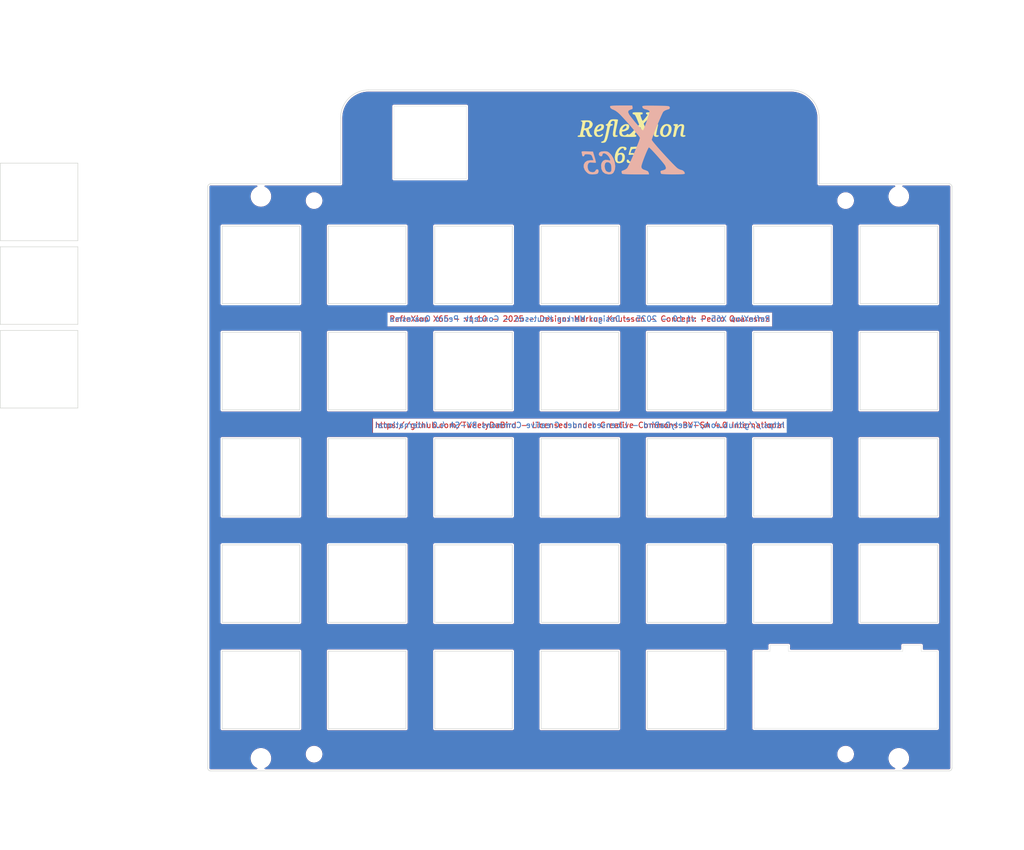
<source format=kicad_pcb>
(kicad_pcb (version 20241229) (generator "pcbnew") (generator_version "9.0")
  (title_block (title "RefleXion X65 - Encoder") (date "2024-02-06") (rev "1.10") (company "Tweety's Wild Thinking") (comment 1 "Design: Markus Knutsson <markus.knutsson@tweety.se>") (comment 2 "Concept: Pedro Quaresma <pq@live.ie>") (comment 3 "https://github.com/TweetyDaBird") (comment 4 "Licensed under Creative Commons BY-SA 4.0 International"))
  (layers (0 "F.Cu" signal) (2 "B.Cu" signal) (13 "F.Paste" user) (15 "B.Paste" user) (5 "F.SilkS" user "F.Silkscreen") (7 "B.SilkS" user "B.Silkscreen") (1 "F.Mask" user) (3 "B.Mask" user) (25 "Edge.Cuts" user))
  (net 0 "")
  (footprint "Keyboard_Plate:Spacer Plate hole" (layer "F.Cu") (at 158.515 35.965)
    (property "Reference" "H3" (hide yes))
    (property "Value" "Spacer_PCB" (hide yes))
    (pad "" np_thru_hole circle (at 0 0) (size 2.5 2.5) (drill 2.5) (layers "*.Cu" "*.Mask"))
  )
  (footprint "Keyboard_Plate:SW_MX_Plate_Placeholder_nodrill_NOBORDER_13,9" (layer "F.Cu") (at 129.94 123.69)
    (property "Reference" "SW33" (hide yes))
    (property "Value" "SW_Push" (hide yes))
    (fp_line (start -6.95 -6.95) (end -6.95 6.95) (stroke (width 0.1)) (layer "Edge.Cuts"))
    (fp_line (start -6.95 6.95) (end 6.95 6.95) (stroke (width 0.1)) (layer "Edge.Cuts"))
    (fp_line (start 6.95 -6.95) (end -6.95 -6.95) (stroke (width 0.1)) (layer "Edge.Cuts"))
    (fp_line (start 6.95 6.95) (end 6.95 -6.95) (stroke (width 0.1)) (layer "Edge.Cuts"))
  )
  (footprint "MountingHole:MountingHole_3.2mm_M3" (layer "F.Cu") (at 53.74 135.965)
    (property "Reference" "H8" (hide yes))
    (property "Value" "MountingHole")
    (pad "" np_thru_hole circle (at 0 0) (size 3.2 3.2) (drill 3.2) (layers "*.Cu" "*.Mask"))
  )
  (footprint "Keyboard_Plate:SW_MX_Plate_Placeholder_nodrill_NOBORDER_13,9" (layer "F.Cu") (at 110.89 66.54)
    (property "Reference" "SW11" (hide yes))
    (property "Value" "SW_Push" (hide yes))
    (fp_line (start -6.95 -6.95) (end -6.95 6.95) (stroke (width 0.1)) (layer "Edge.Cuts"))
    (fp_line (start -6.95 6.95) (end 6.95 6.95) (stroke (width 0.1)) (layer "Edge.Cuts"))
    (fp_line (start 6.95 -6.95) (end -6.95 -6.95) (stroke (width 0.1)) (layer "Edge.Cuts"))
    (fp_line (start 6.95 6.95) (end 6.95 -6.95) (stroke (width 0.1)) (layer "Edge.Cuts"))
  )
  (footprint "Keyboard_Plate:SW_MX_Plate_Placeholder_nodrill_NOBORDER_13,9" (layer "F.Cu") (at 72.79 123.69)
    (property "Reference" "SW30" (hide yes))
    (property "Value" "SW_Push" (hide yes))
    (fp_line (start -6.95 -6.95) (end -6.95 6.95) (stroke (width 0.1)) (layer "Edge.Cuts"))
    (fp_line (start -6.95 6.95) (end 6.95 6.95) (stroke (width 0.1)) (layer "Edge.Cuts"))
    (fp_line (start 6.95 -6.95) (end -6.95 -6.95) (stroke (width 0.1)) (layer "Edge.Cuts"))
    (fp_line (start 6.95 6.95) (end 6.95 -6.95) (stroke (width 0.1)) (layer "Edge.Cuts"))
  )
  (footprint "Keyboard_Plate:SW_MX_Plate_Placeholder_nodrill_NOBORDER_13,9" (layer "F.Cu") (at 110.89 123.69)
    (property "Reference" "SW32" (hide yes))
    (property "Value" "SW_Push" (hide yes))
    (fp_line (start -6.95 -6.95) (end -6.95 6.95) (stroke (width 0.1)) (layer "Edge.Cuts"))
    (fp_line (start -6.95 6.95) (end 6.95 6.95) (stroke (width 0.1)) (layer "Edge.Cuts"))
    (fp_line (start 6.95 -6.95) (end -6.95 -6.95) (stroke (width 0.1)) (layer "Edge.Cuts"))
    (fp_line (start 6.95 6.95) (end 6.95 -6.95) (stroke (width 0.1)) (layer "Edge.Cuts"))
  )
  (footprint "Keyboard_Plate:SW_MX_Plate_Placeholder_nodrill_NOBORDER_13,9" (layer "F.Cu") (at 13.986736 51.203969)
    (property "Reference" "SW35" (hide yes))
    (property "Value" "SW_Push" (hide yes))
    (fp_line (start -6.95 -6.95) (end -6.95 6.95) (stroke (width 0.1)) (layer "Edge.Cuts"))
    (fp_line (start -6.95 6.95) (end 6.95 6.95) (stroke (width 0.1)) (layer "Edge.Cuts"))
    (fp_line (start 6.95 -6.95) (end -6.95 -6.95) (stroke (width 0.1)) (layer "Edge.Cuts"))
    (fp_line (start 6.95 6.95) (end 6.95 -6.95) (stroke (width 0.1)) (layer "Edge.Cuts"))
  )
  (footprint "Keyboard_Plate:SW_MX_Plate_Placeholder_nodrill_NOBORDER_13,9" (layer "F.Cu") (at 13.986736 66.203969)
    (property "Reference" "SW36" (hide yes))
    (property "Value" "SW_Push" (hide yes))
    (fp_line (start -6.95 -6.95) (end -6.95 6.95) (stroke (width 0.1)) (layer "Edge.Cuts"))
    (fp_line (start -6.95 6.95) (end 6.95 6.95) (stroke (width 0.1)) (layer "Edge.Cuts"))
    (fp_line (start 6.95 -6.95) (end -6.95 -6.95) (stroke (width 0.1)) (layer "Edge.Cuts"))
    (fp_line (start 6.95 6.95) (end 6.95 -6.95) (stroke (width 0.1)) (layer "Edge.Cuts"))
  )
  (footprint "Keyboard_Plate:SW_MX_Plate_Placeholder_nodrill_NOBORDER_13,9" (layer "F.Cu") (at 91.84 47.49)
    (property "Reference" "SW3" (hide yes))
    (property "Value" "SW_Push" (hide yes))
    (fp_line (start -6.95 -6.95) (end -6.95 6.95) (stroke (width 0.1)) (layer "Edge.Cuts"))
    (fp_line (start -6.95 6.95) (end 6.95 6.95) (stroke (width 0.1)) (layer "Edge.Cuts"))
    (fp_line (start 6.95 -6.95) (end -6.95 -6.95) (stroke (width 0.1)) (layer "Edge.Cuts"))
    (fp_line (start 6.95 6.95) (end 6.95 -6.95) (stroke (width 0.1)) (layer "Edge.Cuts"))
  )
  (footprint "Keyboard_Plate:Spacer Plate hole" (layer "F.Cu") (at 158.515 135.215)
    (property "Reference" "H4" (hide yes))
    (property "Value" "Spacer_PCB" (hide yes))
    (pad "" np_thru_hole circle (at 0 0) (size 2.5 2.5) (drill 2.5) (layers "*.Cu" "*.Mask"))
  )
  (footprint "Keyboard_Plate:SW_MX_Plate_Placeholder_nodrill_NOBORDER_13,9" (layer "F.Cu") (at 148.99 104.64)
    (property "Reference" "SW27" (hide yes))
    (property "Value" "SW_Push" (hide yes))
    (fp_line (start -6.95 -6.95) (end -6.95 6.95) (stroke (width 0.1)) (layer "Edge.Cuts"))
    (fp_line (start -6.95 6.95) (end 6.95 6.95) (stroke (width 0.1)) (layer "Edge.Cuts"))
    (fp_line (start 6.95 -6.95) (end -6.95 -6.95) (stroke (width 0.1)) (layer "Edge.Cuts"))
    (fp_line (start 6.95 6.95) (end 6.95 -6.95) (stroke (width 0.1)) (layer "Edge.Cuts"))
  )
  (footprint "Keyboard_Plate:SW_MX_Plate_Placeholder_nodrill_NOBORDER_13,9" (layer "F.Cu") (at 91.84 123.69)
    (property "Reference" "SW31" (hide yes))
    (property "Value" "SW_Push" (hide yes))
    (fp_line (start -6.95 -6.95) (end -6.95 6.95) (stroke (width 0.1)) (layer "Edge.Cuts"))
    (fp_line (start -6.95 6.95) (end 6.95 6.95) (stroke (width 0.1)) (layer "Edge.Cuts"))
    (fp_line (start 6.95 -6.95) (end -6.95 -6.95) (stroke (width 0.1)) (layer "Edge.Cuts"))
    (fp_line (start 6.95 6.95) (end 6.95 -6.95) (stroke (width 0.1)) (layer "Edge.Cuts"))
  )
  (footprint "Keyboard_Plate:SW_MX_Plate_Placeholder_nodrill_NOBORDER_13,9" (layer "F.Cu") (at 148.99 66.54)
    (property "Reference" "SW13" (hide yes))
    (property "Value" "SW_Push" (hide yes))
    (fp_line (start -6.95 -6.95) (end -6.95 6.95) (stroke (width 0.1)) (layer "Edge.Cuts"))
    (fp_line (start -6.95 6.95) (end 6.95 6.95) (stroke (width 0.1)) (layer "Edge.Cuts"))
    (fp_line (start 6.95 -6.95) (end -6.95 -6.95) (stroke (width 0.1)) (layer "Edge.Cuts"))
    (fp_line (start 6.95 6.95) (end 6.95 -6.95) (stroke (width 0.1)) (layer "Edge.Cuts"))
  )
  (footprint "Keyboard_Plate:SW_MX_Plate_Placeholder_nodrill_NOBORDER_13,9" (layer "F.Cu") (at 53.74 66.54)
    (property "Reference" "SW8" (hide yes))
    (property "Value" "SW_Push" (hide yes))
    (fp_line (start -6.95 -6.95) (end -6.95 6.95) (stroke (width 0.1)) (layer "Edge.Cuts"))
    (fp_line (start -6.95 6.95) (end 6.95 6.95) (stroke (width 0.1)) (layer "Edge.Cuts"))
    (fp_line (start 6.95 -6.95) (end -6.95 -6.95) (stroke (width 0.1)) (layer "Edge.Cuts"))
    (fp_line (start 6.95 6.95) (end 6.95 -6.95) (stroke (width 0.1)) (layer "Edge.Cuts"))
  )
  (footprint "Keyboard_Plate:SW_MX_Plate_Placeholder_nodrill_NOBORDER_13,9" (layer "F.Cu") (at 72.79 66.54)
    (property "Reference" "SW9" (hide yes))
    (property "Value" "SW_Push" (hide yes))
    (fp_line (start -6.95 -6.95) (end -6.95 6.95) (stroke (width 0.1)) (layer "Edge.Cuts"))
    (fp_line (start -6.95 6.95) (end 6.95 6.95) (stroke (width 0.1)) (layer "Edge.Cuts"))
    (fp_line (start 6.95 -6.95) (end -6.95 -6.95) (stroke (width 0.1)) (layer "Edge.Cuts"))
    (fp_line (start 6.95 6.95) (end 6.95 -6.95) (stroke (width 0.1)) (layer "Edge.Cuts"))
  )
  (footprint "Keyboard_Plate:SW_MX_Plate_Placeholder_nodrill_NOBORDER_13,9" (layer "F.Cu") (at 148.99 85.59)
    (property "Reference" "SW20" (hide yes))
    (property "Value" "SW_Push" (hide yes))
    (fp_line (start -6.95 -6.95) (end -6.95 6.95) (stroke (width 0.1)) (layer "Edge.Cuts"))
    (fp_line (start -6.95 6.95) (end 6.95 6.95) (stroke (width 0.1)) (layer "Edge.Cuts"))
    (fp_line (start 6.95 -6.95) (end -6.95 -6.95) (stroke (width 0.1)) (layer "Edge.Cuts"))
    (fp_line (start 6.95 6.95) (end 6.95 -6.95) (stroke (width 0.1)) (layer "Edge.Cuts"))
  )
  (footprint "Keyboard_Plate:SW_MX_Plate_Placeholder_nodrill_NOBORDER_13,9" (layer "F.Cu") (at 110.89 85.59)
    (property "Reference" "SW18" (hide yes))
    (property "Value" "SW_Push" (hide yes))
    (fp_line (start -6.95 -6.95) (end -6.95 6.95) (stroke (width 0.1)) (layer "Edge.Cuts"))
    (fp_line (start -6.95 6.95) (end 6.95 6.95) (stroke (width 0.1)) (layer "Edge.Cuts"))
    (fp_line (start 6.95 -6.95) (end -6.95 -6.95) (stroke (width 0.1)) (layer "Edge.Cuts"))
    (fp_line (start 6.95 6.95) (end 6.95 -6.95) (stroke (width 0.1)) (layer "Edge.Cuts"))
  )
  (footprint "Keyboard_Plate:SW_MX_Plate_Placeholder_nodrill_NOBORDER_13,9" (layer "F.Cu") (at 129.94 66.54)
    (property "Reference" "SW12" (hide yes))
    (property "Value" "SW_Push" (hide yes))
    (fp_line (start -6.95 -6.95) (end -6.95 6.95) (stroke (width 0.1)) (layer "Edge.Cuts"))
    (fp_line (start -6.95 6.95) (end 6.95 6.95) (stroke (width 0.1)) (layer "Edge.Cuts"))
    (fp_line (start 6.95 -6.95) (end -6.95 -6.95) (stroke (width 0.1)) (layer "Edge.Cuts"))
    (fp_line (start 6.95 6.95) (end 6.95 -6.95) (stroke (width 0.1)) (layer "Edge.Cuts"))
  )
  (footprint "Keyboard_Plate:Spacer Plate hole" (layer "F.Cu") (at 63.265 35.965)
    (property "Reference" "H1" (hide yes))
    (property "Value" "Spacer_PCB" (hide yes))
    (pad "" np_thru_hole circle (at 0 0) (size 2.5 2.5) (drill 2.5) (layers "*.Cu" "*.Mask"))
  )
  (footprint "Keyboard_Plate:SW_MX_Plate_Placeholder_nodrill_NOBORDER_13,9" (layer "F.Cu") (at 110.89 47.49)
    (property "Reference" "SW4" (hide yes))
    (property "Value" "SW_Push" (hide yes))
    (fp_line (start -6.95 -6.95) (end -6.95 6.95) (stroke (width 0.1)) (layer "Edge.Cuts"))
    (fp_line (start -6.95 6.95) (end 6.95 6.95) (stroke (width 0.1)) (layer "Edge.Cuts"))
    (fp_line (start 6.95 -6.95) (end -6.95 -6.95) (stroke (width 0.1)) (layer "Edge.Cuts"))
    (fp_line (start 6.95 6.95) (end 6.95 -6.95) (stroke (width 0.1)) (layer "Edge.Cuts"))
  )
  (footprint "Logotypes:RefleXion 652" (layer "F.Cu") (at 120.04164 24.554597)
    (property "Reference" "Logo2" (hide yes))
    (property "Value" "RoHS_Logo" (hide yes))
    (fp_poly (pts (xy 4.948081 -3.133288) (xy 5.0023 -2.972048) (xy 5.003031 -2.93447) (xy 4.962526 -2.750599) (xy 4.806804 -2.694622) (xy 4.772794 -2.69394) (xy 4.578038 -2.7384) (xy 4.49833 -2.814205) (xy 4.491573 -3.033008) (xy 4.642838 -3.157833) (xy 4.770519 -3.175)) (fill yes) (layer "F.SilkS"))
    (fp_poly (pts (xy 4.740527 -2.300615) (xy 4.858043 -2.258326) (xy 4.87317 -2.156938) (xy 4.860252 -2.092614) (xy 4.791011 -1.779664) (xy 4.713299 -1.406547) (xy 4.637401 -1.025702) (xy 4.573598 -0.689571) (xy 4.532173 -0.450594) (xy 4.52197 -0.367342) (xy 4.6018 -0.307246) (xy 4.7625 -0.312183) (xy 4.955177 -0.309011) (xy 5.003031 -0.237482) (xy 4.923011 -0.094407) (xy 4.728013 -0.016196) (xy 4.485625 -0.006921) (xy 4.263439 -0.070655) (xy 4.140808 -0.185536) (xy 4.097992 -0.371952) (xy 4.113971 -0.682817) (xy 4.185514 -1.123604) (xy 4.264444 -1.539563) (xy 4.3081 -1.801788) (xy 4.316471 -1.94571) (xy 4.289546 -2.006761) (xy 4.227312 -2.02037) (xy 4.185229 -2.020455) (xy 4.057674 -2.097469) (xy 4.040909 -2.164773) (xy 4.097346 -2.259714) (xy 4.2894 -2.303094) (xy 4.475697 -2.309091)) (fill yes) (layer "F.SilkS"))
    (fp_poly (pts (xy 6.786528 -2.274354) (xy 7.073144 -2.100694) (xy 7.112714 -2.055586) (xy 7.274499 -1.70462) (xy 7.295062 -1.283918) (xy 7.183754 -0.843557) (xy 6.949925 -0.433613) (xy 6.773785 -0.240458) (xy 6.454628 -0.050163) (xy 6.082415 0.018209) (xy 5.721049 -0.034737) (xy 5.434432 -0.208397) (xy 5.394862 -0.253506) (xy 5.233077 -0.604471) (xy 5.212514 -1.025173) (xy 5.212605 -1.025532) (xy 5.729648 -1.025533) (xy 5.732361 -0.678482) (xy 5.770926 -0.533905) (xy 5.926191 -0.335834) (xy 6.147282 -0.287079) (xy 6.378018 -0.388154) (xy 6.50189 -0.52722) (xy 6.682561 -0.891695) (xy 6.770574 -1.262329) (xy 6.768632 -1.598401) (xy 6.67944 -1.859193) (xy 6.505702 -2.003986) (xy 6.402706 -2.020455) (xy 6.175224 -1.932761) (xy 5.972764 -1.703695) (xy 5.817011 -1.384277) (xy 5.729648 -1.025533) (xy 5.212605 -1.025532) (xy 5.323823 -1.465534) (xy 5.557651 -1.875478) (xy 5.733791 -2.068633) (xy 6.052948 -2.258928) (xy 6.425161 -2.327301)) (fill yes) (layer "F.SilkS"))
    (fp_poly (pts (xy -5.12861 -2.30001) (xy -4.92606 -2.193635) (xy -4.82404 -1.97241) (xy -4.831767 -1.685259) (xy -4.941939 -1.418986) (xy -4.996783 -1.353217) (xy -5.220077 -1.204994) (xy -5.543199 -1.069051) (xy -5.874815 -0.97967) (xy -6.03731 -0.962658) (xy -6.138601 -0.920377) (xy -6.140471 -0.772806) (xy -6.063745 -0.53543) (xy -5.933852 -0.344767) (xy -5.705337 -0.288736) (xy -5.690677 -0.288636) (xy -5.445801 -0.335685) (xy -5.291665 -0.432955) (xy -5.134643 -0.561808) (xy -5.026888 -0.542688) (xy -5.00303 -0.447867) (xy -5.088029 -0.244903) (xy -5.307481 -0.096157) (xy -5.608081 -0.01376) (xy -5.936516 -0.009845) (xy -6.239479 -0.096541) (xy -6.324751 -0.147084) (xy -6.532569 -0.400845) (xy -6.619 -0.751747) (xy -6.589638 -1.15235) (xy -6.527428 -1.331924) (xy -6.061005 -1.331924) (xy -5.988648 -1.296174) (xy -5.815979 -1.332545) (xy -5.610943 -1.419799) (xy -5.460038 -1.519768) (xy -5.3185 -1.711679) (xy -5.301276 -1.893905) (xy -5.405365 -2.007443) (xy -5.485505 -2.020455) (xy -5.641063 -1.945189) (xy -5.825773 -1.763775) (xy -5.983984 -1.542801) (xy -6.060042 -1.348848) (xy -6.061005 -1.331924) (xy -6.527428 -1.331924) (xy -6.450074 -1.555215) (xy -6.205904 -1.912903) (xy -6.104933 -2.011531) (xy -5.789033 -2.211095) (xy -5.443403 -2.310373)) (fill yes) (layer "F.SilkS"))
    (fp_poly (pts (xy 1.310127 1.745864) (xy 1.411112 1.780093) (xy 1.42922 1.852514) (xy 1.408728 1.944026) (xy 1.360904 2.168892) (xy 1.348284 2.285038) (xy 1.269472 2.391612) (xy 1.202651 2.405303) (xy 1.076354 2.327875) (xy 1.058334 2.255713) (xy 1.016931 2.164135) (xy 0.864743 2.128975) (xy 0.610504 2.135448) (xy 0.332028 2.165601) (xy 0.178756 2.238999) (xy 0.083487 2.401458) (xy 0.038268 2.525568) (xy -0.086139 2.886364) (xy 0.325008 2.886364) (xy 0.718988 2.961311) (xy 0.996961 3.161974) (xy 1.146787 3.452085) (xy 1.156324 3.795377) (xy 1.013433 4.155581) (xy 0.827425 4.387273) (xy 0.607667 4.58343) (xy 0.404212 4.680707) (xy 0.130585 4.712517) (xy -0.019242 4.714394) (xy -0.332507 4.694144) (xy -0.572824 4.642235) (xy -0.654242 4.598939) (xy -0.74745 4.414639) (xy -0.769697 4.262196) (xy -0.705555 4.089454) (xy -0.563182 4.03825) (xy -0.417658 4.113836) (xy -0.356971 4.233333) (xy -0.231701 4.379101) (xy 0.003253 4.428617) (xy 0.286674 4.374061) (xy 0.387033 4.328376) (xy 0.54392 4.14986) (xy 0.632502 3.866975) (xy 0.636868 3.560502) (xy 0.576572 3.366114) (xy 0.475686 3.232786) (xy 0.323525 3.183833) (xy 0.052792 3.198256) (xy 0.042388 3.19942) (xy -0.22131 3.21953) (xy -0.391922 3.214558) (xy -0.418944 3.205046) (xy -0.413037 3.099812) (xy -0.35934 2.859662) (xy -0.268942 2.532877) (xy -0.250558 2.471647) (xy -0.040496 1.779924) (xy 0.713681 1.751602) (xy 1.089804 1.739732)) (fill yes) (layer "F.SilkS"))
    (fp_poly (pts (xy -1.07053 1.775704) (xy -0.840925 1.908117) (xy -0.779335 2.130187) (xy -0.786789 2.184204) (xy -0.897361 2.333336) (xy -1.035263 2.387941) (xy -1.204191 2.369377) (xy -1.250757 2.220455) (xy -1.250757 2.21957) (xy -1.307281 2.047413) (xy -1.45297 2.003163) (xy -1.651999 2.068422) (xy -1.868542 2.224793) (xy -2.066775 2.453882) (xy -2.199897 2.70697) (xy -2.254141 2.871998) (xy -2.215477 2.92224) (xy -2.0442 2.883107) (xy -1.963267 2.858429) (xy -1.606113 2.83174) (xy -1.318438 2.971229) (xy -1.130511 3.254682) (xy -1.07584 3.509624) (xy -1.106321 3.99774) (xy -1.280834 4.370526) (xy -1.587406 4.613659) (xy -2.014063 4.712816) (xy -2.082985 4.714394) (xy -2.385602 4.684339) (xy -2.588689 4.569882) (xy -2.686956 4.460889) (xy -2.852119 4.10839) (xy -2.860444 4.030911) (xy -2.394872 4.030911) (xy -2.377346 4.250014) (xy -2.366286 4.292446) (xy -2.235952 4.406896) (xy -2.024689 4.414926) (xy -1.805741 4.325245) (xy -1.689167 4.211926) (xy -1.587339 3.969934) (xy -1.539847 3.666727) (xy -1.539394 3.638038) (xy -1.596187 3.321398) (xy -1.756606 3.158461) (xy -2.005711 3.160254) (xy -2.122759 3.20753) (xy -2.283496 3.332248) (xy -2.363638 3.540169) (xy -2.38732 3.741477) (xy -2.394872 4.030911) (xy -2.860444 4.030911) (xy -2.900303 3.659969) (xy -2.839668 3.165879) (xy -2.678371 2.676373) (xy -2.424573 2.241705) (xy -2.303529 2.099211) (xy -2.072076 1.877902) (xy -1.871709 1.769051) (xy -1.614504 1.733915) (xy -1.469859 1.731818)) (fill yes) (layer "F.SilkS"))
    (fp_poly (pts (xy 9.353302 -2.266293) (xy 9.50413 -2.123375) (xy 9.554621 -1.858546) (xy 9.512488 -1.450018) (xy 9.47173 -1.242913) (xy 9.382275 -0.801029) (xy 9.342377 -0.516636) (xy 9.353695 -0.360858) (xy 9.417887 -0.304819) (xy 9.524904 -0.316489) (xy 9.707511 -0.313735) (xy 9.791681 -0.226795) (xy 9.735715 -0.108609) (xy 9.705698 -0.086929) (xy 9.454626 -0.008503) (xy 9.173538 -0.025954) (xy 8.959787 -0.131478) (xy 8.944742 -0.147915) (xy 8.884883 -0.264729) (xy 8.871217 -0.446514) (xy 8.903795 -0.740101) (xy 8.945625 -0.989771) (xy 9.012347 -1.346613) (xy 9.072044 -1.635232) (xy 9.112589 -1.797285) (xy 9.114692 -1.803165) (xy 9.077821 -1.930527) (xy 8.990784 -1.987599) (xy 8.793406 -1.969236) (xy 8.584905 -1.796502) (xy 8.390955 -1.503902) (xy 8.237234 -1.125936) (xy 8.17988 -0.89793) (xy 8.09456 -0.481593) (xy 8.027304 -0.219009) (xy 7.960658 -0.07481) (xy 7.877169 -0.013631) (xy 7.759384 -0.000105) (xy 7.736759 0) (xy 7.566707 -0.030121) (xy 7.539116 -0.155597) (xy 7.551111 -0.216477) (xy 7.616858 -0.513688) (xy 7.69266 -0.876722) (xy 7.768136 -1.252983) (xy 7.832906 -1.589872) (xy 7.876589 -1.834791) (xy 7.889394 -1.930532) (xy 7.811372 -2.01034) (xy 7.745076 -2.020455) (xy 7.617521 -2.097469) (xy 7.600758 -2.164773) (xy 7.656638 -2.259262) (xy 7.847172 -2.302767) (xy 8.040196 -2.309091) (xy 8.30607 -2.300867) (xy 8.422469 -2.260862) (xy 8.432144 -2.166079) (xy 8.415546 -2.107169) (xy 8.351459 -1.905246) (xy 8.553381 -2.107169) (xy 8.851072 -2.276059) (xy 9.094427 -2.309091)) (fill yes) (layer "F.SilkS"))
    (fp_poly (pts (xy -2.62831 -3.162058) (xy -2.39452 -3.12758) (xy -2.309091 -3.079142) (xy -2.328113 -2.95223) (xy -2.379893 -2.677765) (xy -2.456502 -2.29627) (xy -2.549126 -1.852438) (xy -2.669645 -1.270446) (xy -2.746493 -0.85094) (xy -2.780207 -0.569127) (xy -2.771323 -0.400215) (xy -2.72038 -0.319414) (xy -2.627914 -0.30193) (xy -2.582617 -0.306643) (xy -2.39086 -0.283787) (xy -2.34062 -0.184583) (xy -2.444435 -0.075483) (xy -2.533 -0.043682) (xy -2.846409 0.009458) (xy -3.065495 -0.025034) (xy -3.196452 -0.164971) (xy -3.245478 -0.428167) (xy -3.218769 -0.832435) (xy -3.12252 -1.39559) (xy -3.078257 -1.611267) (xy -2.996213 -2.036252) (xy -2.940081 -2.399429) (xy -2.916197 -2.654632) (xy -2.922597 -2.745801) (xy -3.054914 -2.87446) (xy -3.256201 -2.885139) (xy -3.453628 -2.789929) (xy -3.562229 -2.63957) (xy -3.638026 -2.421773) (xy -3.622476 -2.329802) (xy -3.491981 -2.30938) (xy -3.41855 -2.309091) (xy -3.247866 -2.275819) (xy -3.236419 -2.164773) (xy -3.365845 -2.050148) (xy -3.508544 -2.020455) (xy -3.605123 -2.005974) (xy -3.680097 -1.941225) (xy -3.746255 -1.794243) (xy -3.816386 -1.533066) (xy -3.903278 -1.125729) (xy -3.940282 -0.941381) (xy -4.090486 -0.245925) (xy -4.231327 0.27598) (xy -4.369334 0.642547) (xy -4.511034 0.871994) (xy -4.623426 0.964928) (xy -4.837561 1.036421) (xy -5.07559 1.058965) (xy -5.273253 1.034888) (xy -5.36629 0.966522) (xy -5.364307 0.938068) (xy -5.247608 0.828997) (xy -5.115548 0.787031) (xy -4.979816 0.74437) (xy -4.868348 0.642677) (xy -4.769342 0.454381) (xy -4.670997 0.151913) (xy -4.561508 -0.292299) (xy -4.465976 -0.730358) (xy -4.357686 -1.244714) (xy -4.287168 -1.600164) (xy -4.252409 -1.826069) (xy -4.251402 -1.951788) (xy -4.282134 -2.006683) (xy -4.342597 -2.020115) (xy -4.377651 -2.020455) (xy -4.505206 -2.097469) (xy -4.521969 -2.164773) (xy -4.442264 -2.283041) (xy -4.336029 -2.30909) (xy -4.158514 -2.394087) (xy -4.08444 -2.525568) (xy -3.96973 -2.758477) (xy -3.820655 -2.958523) (xy -3.682288 -3.077673) (xy -3.504623 -3.14369) (xy -3.230443 -3.171064) (xy -2.965804 -3.175)) (fill yes) (layer "F.SilkS"))
    (fp_poly (pts (xy -7.711002 -2.977285) (xy -7.443693 -2.953823) (xy -7.26721 -2.900807) (xy -7.130809 -2.806854) (xy -7.067218 -2.746419) (xy -6.904532 -2.527939) (xy -6.831376 -2.319436) (xy -6.83106 -2.308686) (xy -6.896813 -1.997092) (xy -7.06309 -1.7083) (xy -7.283421 -1.513998) (xy -7.367715 -1.480811) (xy -7.539148 -1.394055) (xy -7.565252 -1.297008) (xy -7.509836 -1.133293) (xy -7.427196 -0.869549) (xy -7.395744 -0.765617) (xy -7.274326 -0.481346) (xy -7.130803 -0.323691) (xy -7.100245 -0.311428) (xy -6.938082 -0.221538) (xy -6.936242 -0.111277) (xy -7.073517 -0.024099) (xy -7.252234 0) (xy -7.491415 -0.023784) (xy -7.656407 -0.120374) (xy -7.781918 -0.327632) (xy -7.902659 -0.683417) (xy -7.913776 -0.721591) (xy -8.030942 -1.040175) (xy -8.160192 -1.199551) (xy -8.246739 -1.23169) (xy -8.395212 -1.206845) (xy -8.480548 -1.046303) (xy -8.501749 -0.95508) (xy -8.557466 -0.597346) (xy -8.543156 -0.389375) (xy -8.452558 -0.299376) (xy -8.370454 -0.288636) (xy -8.213745 -0.228478) (xy -8.17803 -0.144318) (xy -8.215935 -0.068057) (xy -8.352873 -0.02336) (xy -8.623681 -0.003228) (xy -8.896601 0) (xy -9.266147 -0.005925) (xy -9.47696 -0.028553) (xy -9.562507 -0.075168) (xy -9.559793 -0.144318) (xy -9.428587 -0.266003) (xy -9.322282 -0.288636) (xy -9.171322 -0.303466) (xy -9.140151 -0.322169) (xy -9.120609 -0.423684) (xy -9.067465 -0.674686) (xy -8.988949 -1.036844) (xy -8.897902 -1.450953) (xy -8.851382 -1.671412) (xy -8.340382 -1.671412) (xy -8.320518 -1.561764) (xy -8.141301 -1.552901) (xy -7.807436 -1.645054) (xy -7.806959 -1.64522) (xy -7.5377 -1.822256) (xy -7.417761 -2.116634) (xy -7.424412 -2.419569) (xy -7.485395 -2.578753) (xy -7.646424 -2.65437) (xy -7.805545 -2.674997) (xy -8.017584 -2.683774) (xy -8.128937 -2.632168) (xy -8.186334 -2.472935) (xy -8.222185 -2.253795) (xy -8.273062 -1.956188) (xy -8.323032 -1.728163) (xy -8.340382 -1.671412) (xy -8.851382 -1.671412) (xy -8.785634 -1.982994) (xy -8.723386 -2.355781) (xy -8.711244 -2.595894) (xy -8.749296 -2.729911) (xy -8.837628 -2.784411) (xy -8.902279 -2.790152) (xy -9.004184 -2.836046) (xy -8.995833 -2.886364) (xy -8.878535 -2.930191) (xy -8.617464 -2.963563) (xy -8.261212 -2.981141) (xy -8.119872 -2.982576)) (fill yes) (layer "F.SilkS"))
    (fp_poly (pts (xy 3.858711 -4.418934) (xy 4.095806 -4.39421) (xy 4.209019 -4.345204) (xy 4.233334 -4.281715) (xy 4.153336 -4.146587) (xy 3.960237 -4.019941) (xy 3.953811 -4.017132) (xy 3.771978 -3.896906) (xy 3.504442 -3.668764) (xy 3.192376 -3.369465) (xy 2.975088 -3.143346) (xy 2.275886 -2.390101) (xy 2.657032 -1.459634) (xy 2.879545 -0.954864) (xy 3.06396 -0.623658) (xy 3.217995 -0.452688) (xy 3.250906 -0.434193) (xy 3.416203 -0.297248) (xy 3.463637 -0.16961) (xy 3.443558 -0.09052) (xy 3.36012 -0.040442) (xy 3.178524 -0.012968) (xy 2.863968 -0.00169) (xy 2.542566 0) (xy 2.115293 -0.003357) (xy 1.846807 -0.017672) (xy 1.703526 -0.049303) (xy 1.651864 -0.104611) (xy 1.653588 -0.168371) (xy 1.763389 -0.313797) (xy 1.901173 -0.367487) (xy 2.041177 -0.409819) (xy 2.100799 -0.508247) (xy 2.080182 -0.697067) (xy 1.979473 -1.010577) (xy 1.904736 -1.210168) (xy 1.692808 -1.763974) (xy 1.183147 -1.203154) (xy 0.871621 -0.83597) (xy 0.708655 -0.581359) (xy 0.691456 -0.43307) (xy 0.817234 -0.384849) (xy 0.817803 -0.384849) (xy 0.935346 -0.304693) (xy 0.962122 -0.192967) (xy 0.951795 -0.115575) (xy 0.900644 -0.06255) (xy 0.778415 -0.029498) (xy 0.554849 -0.012023) (xy 0.199693 -0.005733) (xy -0.317311 -0.006233) (xy -0.323494 -0.006258) (xy -0.902533 -0.014573) (xy -1.317924 -0.035997) (xy -1.598166 -0.073337) (xy -1.771759 -0.1294) (xy -1.810941 -0.152799) (xy -2.014303 -0.403472) (xy -2.097791 -0.752115) (xy -2.067258 -1.151024) (xy -2.004759 -1.331924) (xy -1.539034 -1.331924) (xy -1.466678 -1.296173) (xy -1.294009 -1.332545) (xy -1.088973 -1.419799) (xy -0.938068 -1.519768) (xy -0.79653 -1.711679) (xy -0.779306 -1.893906) (xy -0.883395 -2.007443) (xy -0.963536 -2.020455) (xy -1.119093 -1.945188) (xy -1.303803 -1.763775) (xy -1.462014 -1.542801) (xy -1.538073 -1.348848) (xy -1.539034 -1.331924) (xy -2.004759 -1.331924) (xy -1.928554 -1.552497) (xy -1.68753 -1.908831) (xy -1.582963 -2.011531) (xy -1.267063 -2.211095) (xy -0.921434 -2.310373) (xy -0.606641 -2.30001) (xy -0.404091 -2.193635) (xy -0.30207 -1.97241) (xy -0.309798 -1.685259) (xy -0.419969 -1.418987) (xy -0.474813 -1.353216) (xy -0.698107 -1.204994) (xy -1.021229 -1.069051) (xy -1.352845 -0.97967) (xy -1.515341 -0.962658) (xy -1.616632 -0.920377) (xy -1.618501 -0.772805) (xy -1.541775 -0.53543) (xy -1.382003 -0.343765) (xy -1.136862 -0.285601) (xy -0.865187 -0.367029) (xy -0.747345 -0.453182) (xy -0.597157 -0.557231) (xy -0.504235 -0.516154) (xy -0.487422 -0.491354) (xy -0.400098 -0.422194) (xy -0.266726 -0.449437) (xy -0.070402 -0.585703) (xy 0.205781 -0.843605) (xy 0.578729 -1.235757) (xy 0.725726 -1.396566) (xy 1.474674 -2.221519) (xy 1.154214 -3.010949) (xy 0.96901 -3.456819) (xy 0.83113 -3.752558) (xy 0.720545 -3.928288) (xy 0.617223 -4.014129) (xy 0.501134 -4.040199) (xy 0.46928 -4.040909) (xy 0.31715 -4.114421) (xy 0.288637 -4.233333) (xy 0.302439 -4.322768) (xy 0.36764 -4.379213) (xy 0.519936 -4.410182) (xy 0.79502 -4.423191) (xy 1.202652 -4.425758) (xy 1.627466 -4.422852) (xy 1.895579 -4.409125) (xy 2.042684 -4.377063) (xy 2.104476 -4.31915) (xy 2.116667 -4.233333) (xy 2.047713 -4.071093) (xy 1.940278 -4.040909) (xy 1.764486 -4.01593) (xy 1.712169 -3.989188) (xy 1.714625 -3.880702) (xy 1.772185 -3.661021) (xy 1.862798 -3.391467) (xy 1.96441 -3.133365) (xy 2.054968 -2.948038) (xy 2.106209 -2.893447) (xy 2.203626 -2.968307) (xy 2.374781 -3.148854) (xy 2.578964 -3.386088) (xy 2.775466 -3.631008) (xy 2.923571 -3.834616) (xy 2.982573 -3.947909) (xy 2.982576 -3.948257) (xy 2.904595 -4.030474) (xy 2.838258 -4.040909) (xy 2.720726 -4.121121) (xy 2.69394 -4.233333) (xy 2.710009 -4.329207) (xy 2.784021 -4.386667) (xy 2.954683 -4.415389) (xy 3.2607 -4.42505) (xy 3.463637 -4.425758)) (fill yes) (layer "F.SilkS"))
  )
  (footprint "Keyboard_Plate:SW_MX_Plate_Placeholder_nodrill_NOBORDER_13,9" (layer "F.Cu") (at 72.79 85.59)
    (property "Reference" "SW16" (hide yes))
    (property "Value" "SW_Push" (hide yes))
    (fp_line (start -6.95 -6.95) (end -6.95 6.95) (stroke (width 0.1)) (layer "Edge.Cuts"))
    (fp_line (start -6.95 6.95) (end 6.95 6.95) (stroke (width 0.1)) (layer "Edge.Cuts"))
    (fp_line (start 6.95 -6.95) (end -6.95 -6.95) (stroke (width 0.1)) (layer "Edge.Cuts"))
    (fp_line (start 6.95 6.95) (end 6.95 -6.95) (stroke (width 0.1)) (layer "Edge.Cuts"))
  )
  (footprint "MountingHole:MountingHole_3.2mm_M3" (layer "F.Cu") (at 168.04 35.215)
    (property "Reference" "H6" (hide yes))
    (property "Value" "MountingHole")
    (pad "" np_thru_hole circle (at 0 0) (size 3.2 3.2) (drill 3.2) (layers "*.Cu" "*.Mask"))
  )
  (footprint "Keyboard_Plate:SW_MX_Plate_Placeholder_nodrill_NOBORDER_13,9" (layer "F.Cu") (at 91.84 85.59)
    (property "Reference" "SW17" (hide yes))
    (property "Value" "SW_Push" (hide yes))
    (fp_line (start -6.95 -6.95) (end -6.95 6.95) (stroke (width 0.1)) (layer "Edge.Cuts"))
    (fp_line (start -6.95 6.95) (end 6.95 6.95) (stroke (width 0.1)) (layer "Edge.Cuts"))
    (fp_line (start 6.95 -6.95) (end -6.95 -6.95) (stroke (width 0.1)) (layer "Edge.Cuts"))
    (fp_line (start 6.95 6.95) (end 6.95 -6.95) (stroke (width 0.1)) (layer "Edge.Cuts"))
  )
  (footprint "Keyboard_Plate:SW_MX_Plate_Placeholder_nodrill_NOBORDER_13,9" (layer "F.Cu") (at 53.74 85.59)
    (property "Reference" "SW15" (hide yes))
    (property "Value" "SW_Push" (hide yes))
    (fp_line (start -6.95 -6.95) (end -6.95 6.95) (stroke (width 0.1)) (layer "Edge.Cuts"))
    (fp_line (start -6.95 6.95) (end 6.95 6.95) (stroke (width 0.1)) (layer "Edge.Cuts"))
    (fp_line (start 6.95 -6.95) (end -6.95 -6.95) (stroke (width 0.1)) (layer "Edge.Cuts"))
    (fp_line (start 6.95 6.95) (end 6.95 -6.95) (stroke (width 0.1)) (layer "Edge.Cuts"))
  )
  (footprint "MountingHole:MountingHole_3.2mm_M3" (layer "F.Cu") (at 53.74 35.215)
    (property "Reference" "H5" (hide yes))
    (property "Value" "MountingHole")
    (pad "" np_thru_hole circle (at 0 0) (size 3.2 3.2) (drill 3.2) (layers "*.Cu" "*.Mask"))
  )
  (footprint "Keyboard_Plate:SW_MX_Plate_Placeholder_nodrill_NOBORDER_13,9" (layer "F.Cu") (at 168.04 104.64)
    (property "Reference" "SW28" (hide yes))
    (property "Value" "SW_Push" (hide yes))
    (fp_line (start -6.95 -6.95) (end -6.95 6.95) (stroke (width 0.1)) (layer "Edge.Cuts"))
    (fp_line (start -6.95 6.95) (end 6.95 6.95) (stroke (width 0.1)) (layer "Edge.Cuts"))
    (fp_line (start 6.95 -6.95) (end -6.95 -6.95) (stroke (width 0.1)) (layer "Edge.Cuts"))
    (fp_line (start 6.95 6.95) (end 6.95 -6.95) (stroke (width 0.1)) (layer "Edge.Cuts"))
  )
  (footprint "Keyboard_Plate:SW_MX_Plate_Placeholder_nodrill_NOBORDER_13,9" (layer "F.Cu") (at 72.79 104.64)
    (property "Reference" "SW23" (hide yes))
    (property "Value" "SW_Push" (hide yes))
    (fp_line (start -6.95 -6.95) (end -6.95 6.95) (stroke (width 0.1)) (layer "Edge.Cuts"))
    (fp_line (start -6.95 6.95) (end 6.95 6.95) (stroke (width 0.1)) (layer "Edge.Cuts"))
    (fp_line (start 6.95 -6.95) (end -6.95 -6.95) (stroke (width 0.1)) (layer "Edge.Cuts"))
    (fp_line (start 6.95 6.95) (end 6.95 -6.95) (stroke (width 0.1)) (layer "Edge.Cuts"))
  )
  (footprint "MountingHole:MountingHole_3.2mm_M3" (layer "F.Cu") (at 168.04 135.965)
    (property "Reference" "H7" (hide yes))
    (property "Value" "MountingHole")
    (pad "" np_thru_hole circle (at 0 0) (size 3.2 3.2) (drill 3.2) (layers "*.Cu" "*.Mask"))
  )
  (footprint "Keyboard_Plate:SW_MX_Plate_Placeholder_nodrill_NOBORDER_13,9" (layer "F.Cu") (at 168.04 66.54)
    (property "Reference" "SW14" (hide yes))
    (property "Value" "SW_Push" (hide yes))
    (fp_line (start -6.95 -6.95) (end -6.95 6.95) (stroke (width 0.1)) (layer "Edge.Cuts"))
    (fp_line (start -6.95 6.95) (end 6.95 6.95) (stroke (width 0.1)) (layer "Edge.Cuts"))
    (fp_line (start 6.95 -6.95) (end -6.95 -6.95) (stroke (width 0.1)) (layer "Edge.Cuts"))
    (fp_line (start 6.95 6.95) (end 6.95 -6.95) (stroke (width 0.1)) (layer "Edge.Cuts"))
  )
  (footprint "Keyboard_Plate:SW_MX_Plate_Placeholder_nodrill_NOBORDER_13,9" (layer "F.Cu") (at 129.94 85.59)
    (property "Reference" "SW19" (hide yes))
    (property "Value" "SW_Push" (hide yes))
    (fp_line (start -6.95 -6.95) (end -6.95 6.95) (stroke (width 0.1)) (layer "Edge.Cuts"))
    (fp_line (start -6.95 6.95) (end 6.95 6.95) (stroke (width 0.1)) (layer "Edge.Cuts"))
    (fp_line (start 6.95 -6.95) (end -6.95 -6.95) (stroke (width 0.1)) (layer "Edge.Cuts"))
    (fp_line (start 6.95 6.95) (end 6.95 -6.95) (stroke (width 0.1)) (layer "Edge.Cuts"))
  )
  (footprint "Keyboard_Plate:SW_MX_Plate_Placeholder_nodrill_NOBORDER_13,9" (layer "F.Cu") (at 72.79 47.49)
    (property "Reference" "SW2" (hide yes))
    (property "Value" "SW_Push" (hide yes))
    (fp_line (start -6.95 -6.95) (end -6.95 6.95) (stroke (width 0.1)) (layer "Edge.Cuts"))
    (fp_line (start -6.95 6.95) (end 6.95 6.95) (stroke (width 0.1)) (layer "Edge.Cuts"))
    (fp_line (start 6.95 -6.95) (end -6.95 -6.95) (stroke (width 0.1)) (layer "Edge.Cuts"))
    (fp_line (start 6.95 6.95) (end 6.95 -6.95) (stroke (width 0.1)) (layer "Edge.Cuts"))
  )
  (footprint "Keyboard_Plate:SW_MX_Plate_Placeholder_nodrill_NOBORDER_13,9" (layer "F.Cu") (at 110.89 104.64)
    (property "Reference" "SW25" (hide yes))
    (property "Value" "SW_Push" (hide yes))
    (fp_line (start -6.95 -6.95) (end -6.95 6.95) (stroke (width 0.1)) (layer "Edge.Cuts"))
    (fp_line (start -6.95 6.95) (end 6.95 6.95) (stroke (width 0.1)) (layer "Edge.Cuts"))
    (fp_line (start 6.95 -6.95) (end -6.95 -6.95) (stroke (width 0.1)) (layer "Edge.Cuts"))
    (fp_line (start 6.95 6.95) (end 6.95 -6.95) (stroke (width 0.1)) (layer "Edge.Cuts"))
  )
  (footprint "Keyboard_Plate:SW_MX_Plate_Placeholder_nodrill_NOBORDER_13,9" (layer "F.Cu") (at 168.04 47.49)
    (property "Reference" "SW7" (hide yes))
    (property "Value" "SW_Push" (hide yes))
    (fp_line (start -6.95 -6.95) (end -6.95 6.95) (stroke (width 0.1)) (layer "Edge.Cuts"))
    (fp_line (start -6.95 6.95) (end 6.95 6.95) (stroke (width 0.1)) (layer "Edge.Cuts"))
    (fp_line (start 6.95 -6.95) (end -6.95 -6.95) (stroke (width 0.1)) (layer "Edge.Cuts"))
    (fp_line (start 6.95 6.95) (end 6.95 -6.95) (stroke (width 0.1)) (layer "Edge.Cuts"))
  )
  (footprint "Keyboard_Plate:Stabilizer_Cherry_MX_2.00u_PLate_1_2" (layer "F.Cu") (at 158.515 123.69 180)
    (property "Reference" "ST1" (hide yes))
    (property "Value" "Stabilizer_2u_MX")
    (fp_line (start 16.425 -6.9) (end 16.425 6.9) (stroke (width 0.05)) (layer "Edge.Cuts"))
    (fp_line (start 13.55 7.97) (end 13.55 6.9) (stroke (width 0.05)) (layer "Edge.Cuts"))
    (fp_line (start 13.55 6.9) (end 16.425 6.9) (stroke (width 0.05)) (layer "Edge.Cuts"))
    (fp_line (start 10.25 7.97) (end 13.55 7.97) (stroke (width 0.05)) (layer "Edge.Cuts"))
    (fp_line (start 10.25 7.97) (end 10.25 6.9) (stroke (width 0.05)) (layer "Edge.Cuts"))
    (fp_line (start -10.25 7.97) (end -10.25 6.9) (stroke (width 0.05)) (layer "Edge.Cuts"))
    (fp_line (start -10.25 7.97) (end -13.55 7.97) (stroke (width 0.05)) (layer "Edge.Cuts"))
    (fp_line (start -10.25 6.9) (end 10.25 6.9) (stroke (width 0.05)) (layer "Edge.Cuts"))
    (fp_line (start -13.55 7.97) (end -13.55 6.9) (stroke (width 0.05)) (layer "Edge.Cuts"))
    (fp_line (start -13.55 6.9) (end -16.425 6.9) (stroke (width 0.05)) (layer "Edge.Cuts"))
    (fp_line (start -16.425 -6.9) (end 16.425 -6.9) (stroke (width 0.05)) (layer "Edge.Cuts"))
    (fp_line (start -16.425 -6.9) (end -16.425 6.9) (stroke (width 0.05)) (layer "Edge.Cuts"))
  )
  (footprint "Keyboard_Plate:Spacer Plate hole" (layer "F.Cu") (at 63.265 135.215)
    (property "Reference" "H2" (hide yes))
    (property "Value" "Spacer_PCB" (hide yes))
    (pad "" np_thru_hole circle (at 0 0) (size 2.5 2.5) (drill 2.5) (layers "*.Cu" "*.Mask"))
  )
  (footprint "Keyboard_Plate:SW_MX_Plate_Placeholder_nodrill_NOBORDER_13,9" (layer "F.Cu") (at 53.74 47.49)
    (property "Reference" "SW1" (hide yes))
    (property "Value" "SW_Push" (hide yes))
    (fp_line (start -6.95 -6.95) (end -6.95 6.95) (stroke (width 0.1)) (layer "Edge.Cuts"))
    (fp_line (start -6.95 6.95) (end 6.95 6.95) (stroke (width 0.1)) (layer "Edge.Cuts"))
    (fp_line (start 6.95 -6.95) (end -6.95 -6.95) (stroke (width 0.1)) (layer "Edge.Cuts"))
    (fp_line (start 6.95 6.95) (end 6.95 -6.95) (stroke (width 0.1)) (layer "Edge.Cuts"))
  )
  (footprint "Keyboard_Plate:SW_MX_Plate_Placeholder_nodrill_NOBORDER_13,9" (layer "F.Cu") (at 53.74 104.64)
    (property "Reference" "SW22" (hide yes))
    (property "Value" "SW_Push" (hide yes))
    (fp_line (start -6.95 -6.95) (end -6.95 6.95) (stroke (width 0.1)) (layer "Edge.Cuts"))
    (fp_line (start -6.95 6.95) (end 6.95 6.95) (stroke (width 0.1)) (layer "Edge.Cuts"))
    (fp_line (start 6.95 -6.95) (end -6.95 -6.95) (stroke (width 0.1)) (layer "Edge.Cuts"))
    (fp_line (start 6.95 6.95) (end 6.95 -6.95) (stroke (width 0.1)) (layer "Edge.Cuts"))
  )
  (footprint "Keyboard_Plate:SW_MX_Plate_Placeholder_nodrill_NOBORDER_13,9" (layer "F.Cu") (at 91.84 104.64)
    (property "Reference" "SW24" (hide yes))
    (property "Value" "SW_Push" (hide yes))
    (fp_line (start -6.95 -6.95) (end -6.95 6.95) (stroke (width 0.1)) (layer "Edge.Cuts"))
    (fp_line (start -6.95 6.95) (end 6.95 6.95) (stroke (width 0.1)) (layer "Edge.Cuts"))
    (fp_line (start 6.95 -6.95) (end -6.95 -6.95) (stroke (width 0.1)) (layer "Edge.Cuts"))
    (fp_line (start 6.95 6.95) (end 6.95 -6.95) (stroke (width 0.1)) (layer "Edge.Cuts"))
  )
  (footprint "Keyboard_Plate:SW_MX_Plate_Placeholder_nodrill_NOBORDER_13,9" (layer "F.Cu") (at 148.99 47.49)
    (property "Reference" "SW6" (hide yes))
    (property "Value" "SW_Push" (hide yes))
    (fp_line (start -6.95 -6.95) (end -6.95 6.95) (stroke (width 0.1)) (layer "Edge.Cuts"))
    (fp_line (start -6.95 6.95) (end 6.95 6.95) (stroke (width 0.1)) (layer "Edge.Cuts"))
    (fp_line (start 6.95 -6.95) (end -6.95 -6.95) (stroke (width 0.1)) (layer "Edge.Cuts"))
    (fp_line (start 6.95 6.95) (end 6.95 -6.95) (stroke (width 0.1)) (layer "Edge.Cuts"))
  )
  (footprint "Keyboard_Plate:SW_MX_Plate_Placeholder_nodrill_NOBORDER_13,9" (layer "F.Cu") (at 129.94 47.49)
    (property "Reference" "SW5" (hide yes))
    (property "Value" "SW_Push" (hide yes))
    (fp_line (start -6.95 -6.95) (end -6.95 6.95) (stroke (width 0.1)) (layer "Edge.Cuts"))
    (fp_line (start -6.95 6.95) (end 6.95 6.95) (stroke (width 0.1)) (layer "Edge.Cuts"))
    (fp_line (start 6.95 -6.95) (end -6.95 -6.95) (stroke (width 0.1)) (layer "Edge.Cuts"))
    (fp_line (start 6.95 6.95) (end 6.95 -6.95) (stroke (width 0.1)) (layer "Edge.Cuts"))
  )
  (footprint "Keyboard_Plate:SW_MX_Plate_Placeholder_nodrill_NOBORDER_13,9" (layer "F.Cu") (at 129.94 104.64)
    (property "Reference" "SW26" (hide yes))
    (property "Value" "SW_Push" (hide yes))
    (fp_line (start -6.95 -6.95) (end -6.95 6.95) (stroke (width 0.1)) (layer "Edge.Cuts"))
    (fp_line (start -6.95 6.95) (end 6.95 6.95) (stroke (width 0.1)) (layer "Edge.Cuts"))
    (fp_line (start 6.95 -6.95) (end -6.95 -6.95) (stroke (width 0.1)) (layer "Edge.Cuts"))
    (fp_line (start 6.95 6.95) (end 6.95 -6.95) (stroke (width 0.1)) (layer "Edge.Cuts"))
  )
  (footprint "Keyboard_Plate:Encoder_Plate_Placeholder_nodrill" (layer "F.Cu") (at 84.065 25.55 -90)
    (property "Reference" "ENC1" (hide yes))
    (property "Value" "Rotary_Encoder_Click" (hide yes))
    (fp_rect (start -6.5 -6.5) (end 6.5 6.5) (stroke (width 0.05)) (fill no) (layer "Edge.Cuts"))
  )
  (footprint "Keyboard_Plate:SW_MX_Plate_Placeholder_nodrill_NOBORDER_13,9" (layer "F.Cu") (at 53.74 123.69)
    (property "Reference" "SW29" (hide yes))
    (property "Value" "SW_Push" (hide yes))
    (fp_line (start -6.95 -6.95) (end -6.95 6.95) (stroke (width 0.1)) (layer "Edge.Cuts"))
    (fp_line (start -6.95 6.95) (end 6.95 6.95) (stroke (width 0.1)) (layer "Edge.Cuts"))
    (fp_line (start 6.95 -6.95) (end -6.95 -6.95) (stroke (width 0.1)) (layer "Edge.Cuts"))
    (fp_line (start 6.95 6.95) (end 6.95 -6.95) (stroke (width 0.1)) (layer "Edge.Cuts"))
  )
  (footprint "Keyboard_Plate:SW_MX_Plate_Placeholder_nodrill_NOBORDER_13,9" (layer "F.Cu") (at 168.04 85.59)
    (property "Reference" "SW21" (hide yes))
    (property "Value" "SW_Push" (hide yes))
    (fp_line (start -6.95 -6.95) (end -6.95 6.95) (stroke (width 0.1)) (layer "Edge.Cuts"))
    (fp_line (start -6.95 6.95) (end 6.95 6.95) (stroke (width 0.1)) (layer "Edge.Cuts"))
    (fp_line (start 6.95 -6.95) (end -6.95 -6.95) (stroke (width 0.1)) (layer "Edge.Cuts"))
    (fp_line (start 6.95 6.95) (end 6.95 -6.95) (stroke (width 0.1)) (layer "Edge.Cuts"))
  )
  (footprint "Keyboard_Plate:SW_MX_Plate_Placeholder_nodrill_NOBORDER_13,9" (layer "F.Cu") (at 91.84 66.54)
    (property "Reference" "SW10" (hide yes))
    (property "Value" "SW_Push" (hide yes))
    (fp_line (start -6.95 -6.95) (end -6.95 6.95) (stroke (width 0.1)) (layer "Edge.Cuts"))
    (fp_line (start -6.95 6.95) (end 6.95 6.95) (stroke (width 0.1)) (layer "Edge.Cuts"))
    (fp_line (start 6.95 -6.95) (end -6.95 -6.95) (stroke (width 0.1)) (layer "Edge.Cuts"))
    (fp_line (start 6.95 6.95) (end 6.95 -6.95) (stroke (width 0.1)) (layer "Edge.Cuts"))
  )
  (footprint "Keyboard_Plate:SW_MX_Plate_Placeholder_nodrill_NOBORDER_13,9" (layer "F.Cu") (at 13.986736 36.203969)
    (property "Reference" "SW34" (hide yes))
    (property "Value" "SW_Push" (hide yes))
    (fp_line (start -6.95 -6.95) (end -6.95 6.95) (stroke (width 0.1)) (layer "Edge.Cuts"))
    (fp_line (start -6.95 6.95) (end 6.95 6.95) (stroke (width 0.1)) (layer "Edge.Cuts"))
    (fp_line (start 6.95 -6.95) (end -6.95 -6.95) (stroke (width 0.1)) (layer "Edge.Cuts"))
    (fp_line (start 6.95 6.95) (end 6.95 -6.95) (stroke (width 0.1)) (layer "Edge.Cuts"))
  )
  (footprint "Logotypes:X65" (layer "B.Cu") (at 120.04164 24.554597 180)
    (property "Reference" "Logo1" (hide yes))
    (property "Value" "RoHS_Logo" (hide yes))
    (fp_poly (pts (xy 8.683986 -2.573059) (xy 8.825045 -2.620871) (xy 8.850339 -2.72203) (xy 8.821714 -2.849857) (xy 8.754913 -3.163955) (xy 8.737285 -3.32619) (xy 8.627199 -3.475056) (xy 8.533863 -3.49418) (xy 8.357447 -3.386025) (xy 8.332275 -3.285229) (xy 8.274441 -3.15731) (xy 8.061863 -3.108197) (xy 7.706736 -3.117239) (xy 7.317753 -3.159357) (xy 7.103659 -3.261881) (xy 6.970585 -3.488808) (xy 6.907421 -3.662169) (xy 6.733647 -4.166137) (xy 7.307948 -4.166137) (xy 7.858269 -4.270826) (xy 8.246549 -4.551117) (xy 8.455829 -4.956352) (xy 8.469152 -5.43587) (xy 8.269557 -5.939012) (xy 8.009736 -6.262645) (xy 7.702773 -6.536642) (xy 7.418582 -6.672522) (xy 7.036373 -6.716954) (xy 6.82709 -6.719576) (xy 6.389514 -6.69129) (xy 6.053833 -6.618783) (xy 5.940106 -6.558307) (xy 5.809911 -6.300871) (xy 5.778836 -6.087936) (xy 5.868431 -5.846644) (xy 6.067301 -5.775121) (xy 6.270573 -5.880702) (xy 6.355342 -6.047619) (xy 6.530323 -6.251231) (xy 6.858512 -6.320396) (xy 7.254401 -6.244191) (xy 7.394585 -6.180377) (xy 7.613729 -5.931021) (xy 7.737463 -5.53588) (xy 7.743563 -5.107791) (xy 7.659338 -4.836265) (xy 7.518418 -4.650028) (xy 7.305875 -4.58165) (xy 6.927709 -4.601796) (xy 6.913177 -4.603422) (xy 6.544837 -4.631513) (xy 6.306521 -4.624568) (xy 6.268776 -4.611279) (xy 6.277028 -4.464288) (xy 6.352031 -4.128841) (xy 6.478304 -3.672379) (xy 6.503983 -3.586851) (xy 6.797402 -2.620635) (xy 7.850856 -2.581073) (xy 8.376233 -2.564493)) (fill yes) (layer "B.SilkS"))
    (fp_poly (pts (xy 5.358625 -2.614739) (xy 5.679343 -2.799697) (xy 5.765373 -3.109892) (xy 5.754963 -3.185343) (xy 5.600512 -3.393654) (xy 5.407887 -3.469929) (xy 5.171924 -3.443997) (xy 5.106879 -3.235979) (xy 5.106879 -3.234744) (xy 5.027924 -2.99427) (xy 4.824422 -2.93246) (xy 4.546414 -3.023615) (xy 4.243941 -3.242039) (xy 3.967044 -3.562035) (xy 3.781095 -3.915556) (xy 3.705327 -4.146071) (xy 3.759335 -4.21625) (xy 3.998577 -4.161589) (xy 4.111626 -4.127117) (xy 4.610509 -4.089838) (xy 5.01234 -4.284679) (xy 5.274841 -4.680615) (xy 5.351207 -5.036724) (xy 5.308631 -5.718537) (xy 5.064866 -6.239253) (xy 4.636639 -6.578868) (xy 4.040673 -6.717373) (xy 3.944402 -6.719576) (xy 3.521698 -6.677596) (xy 3.238022 -6.517719) (xy 3.10076 -6.365474) (xy 2.870056 -5.873095) (xy 2.858427 -5.76487) (xy 3.50875 -5.76487) (xy 3.533232 -6.070919) (xy 3.54868 -6.13019) (xy 3.730733 -6.290056) (xy 4.025833 -6.301271) (xy 4.331662 -6.176004) (xy 4.494496 -6.017716) (xy 4.636733 -5.679696) (xy 4.70307 -5.256168) (xy 4.703704 -5.216095) (xy 4.624374 -4.773804) (xy 4.400296 -4.54621) (xy 4.05234 -4.548715) (xy 3.888844 -4.614751) (xy 3.664323 -4.788962) (xy 3.552379 -5.07939) (xy 3.519299 -5.360581) (xy 3.50875 -5.76487) (xy 2.858427 -5.76487) (xy 2.802751 -5.246729) (xy 2.887448 -4.556571) (xy 3.112751 -3.872817) (xy 3.467263 -3.265662) (xy 3.636341 -3.066622) (xy 3.95964 -2.757491) (xy 4.239517 -2.605447) (xy 4.598786 -2.556368) (xy 4.800831 -2.553439)) (fill yes) (layer "B.SilkS"))
    (fp_poly (pts (xy 2.581681 5.638652) (xy 3.161337 5.61963) (xy 3.531024 5.584917) (xy 3.720043 5.532049) (xy 3.760905 5.476455) (xy 3.671463 5.189105) (xy 3.382776 4.972385) (xy 3.085171 4.856311) (xy 2.748516 4.679117) (xy 2.329647 4.365819) (xy 1.931968 3.996889) (xy 1.422081 3.454939) (xy 0.873158 2.852005) (xy 0.314647 2.222661) (xy -0.224006 1.601486) (xy -0.713358 1.023053) (xy -1.123959 0.52194) (xy -1.426365 0.132719) (xy -1.59113 -0.110031) (xy -1.612698 -0.16529) (xy -1.559989 -0.382716) (xy -1.415219 -0.797229) (xy -1.198424 -1.361626) (xy -0.929645 -2.028703) (xy -0.628917 -2.751256) (xy -0.316276 -3.482079) (xy -0.011761 -4.173971) (xy 0.264591 -4.779726) (xy 0.492743 -5.252142) (xy 0.652658 -5.544014) (xy 0.694985 -5.60176) (xy 1.040297 -5.85502) (xy 1.370274 -5.986212) (xy 1.652147 -6.098379) (xy 1.691121 -6.268285) (xy 1.689376 -6.272958) (xy 1.6199 -6.525354) (xy 1.612699 -6.596176) (xy 1.484565 -6.637375) (xy 1.125124 -6.672196) (xy 0.571811 -6.698736) (xy -0.137935 -6.715095) (xy -0.815696 -6.719576) (xy -3.244091 -6.719576) (xy -3.201146 -6.420971) (xy -3.05669 -6.160364) (xy -2.68783 -5.984199) (xy -2.232111 -5.826258) (xy -1.985151 -5.660469) (xy -1.88998 -5.43858) (xy -1.881481 -5.301216) (xy -1.927835 -5.060389) (xy -2.052129 -4.654585) (xy -2.232215 -4.140074) (xy -2.445942 -3.57313) (xy -2.671161 -3.010023) (xy -2.885724 -2.507024) (xy -3.067479 -2.120409) (xy -3.194281 -1.906444) (xy -3.227545 -1.881481) (xy -3.36077 -1.977788) (xy -3.628529 -2.238687) (xy -3.993453 -2.622149) (xy -4.418171 -3.086142) (xy -4.865316 -3.588636) (xy -5.297516 -4.0876) (xy -5.677401 -4.541004) (xy -5.967601 -4.906816) (xy -6.130748 -5.143008) (xy -6.135926 -5.152607) (xy -6.273572 -5.534729) (xy -6.190995 -5.783854) (xy -5.869111 -5.936777) (xy -5.711137 -5.971651) (xy -5.382761 -6.065995) (xy -5.282249 -6.197471) (xy -5.297233 -6.268395) (xy -5.367812 -6.522069) (xy -5.375661 -6.596176) (xy -5.503187 -6.639307) (xy -5.858386 -6.675421) (xy -6.400187 -6.702162) (xy -7.087521 -6.717173) (xy -7.525926 -6.719576) (xy -8.350067 -6.715824) (xy -8.940653 -6.702474) (xy -9.332832 -6.676387) (xy -9.561753 -6.634427) (xy -9.662566 -6.573454) (xy -9.67619 -6.527589) (xy -9.565837 -6.248248) (xy -9.310766 -6.006753) (xy -9.044094 -5.913227) (xy -8.794429 -5.845679) (xy -8.459847 -5.680365) (xy -8.415333 -5.653467) (xy -8.198889 -5.477304) (xy -7.852277 -5.146002) (xy -7.40515 -4.69224) (xy -6.887161 -4.148697) (xy -6.327962 -3.548053) (xy -5.757208 -2.922986) (xy -5.204548 -2.306177) (xy -4.69964 -1.730303) (xy -4.272132 -1.228044) (xy -3.95168 -0.832082) (xy -3.767934 -0.575092) (xy -3.736127 -0.496696) (xy -3.836453 -0.177491) (xy -4.01491 0.313295) (xy -4.251253 0.926616) (xy -4.525236 1.613432) (xy -4.816613 2.324698) (xy -5.105139 3.011372) (xy -5.370567 3.624411) (xy -5.592653 4.114772) (xy -5.751149 4.433412) (xy -5.808305 4.522893) (xy -6.125049 4.750225) (xy -6.526716 4.897996) (xy -6.537714 4.900126) (xy -6.853529 4.990728) (xy -6.966348 5.137148) (xy -6.963106 5.282523) (xy -6.939775 5.386752) (xy -6.879175 5.463655) (xy -6.744366 5.51814) (xy -6.498405 5.555112) (xy -6.104353 5.579479) (xy -5.525267 5.596148) (xy -4.724207 5.610025) (xy -4.468518 5.613878) (xy -3.562578 5.623421) (xy -2.895679 5.620048) (xy -2.438317 5.602139) (xy -2.160991 5.568078) (xy -2.034194 5.516247) (xy -2.017931 5.479487) (xy -2.106328 5.191061) (xy -2.390163 5.004608) (xy -2.728492 4.917261) (xy -3.07816 4.80749) (xy -3.297467 4.654679) (xy -3.317891 4.61904) (xy -3.299579 4.434977) (xy -3.205481 4.060428) (xy -3.05588 3.555936) (xy -2.871055 2.982045) (xy -2.671287 2.399299) (xy -2.476856 1.868241) (xy -2.308043 1.449415) (xy -2.185128 1.203364) (xy -2.164883 1.17693) (xy -2.054852 1.240234) (xy -1.814761 1.472296) (xy -1.48107 1.830892) (xy -1.090243 2.273796) (xy -0.678743 2.758782) (xy -0.283031 3.243627) (xy 0.06043 3.686103) (xy 0.315178 4.043988) (xy 0.328438 4.064307) (xy 0.493996 4.446566) (xy 0.416522 4.716527) (xy 0.092655 4.883557) (xy 0.028925 4.898938) (xy -0.245594 4.997954) (xy -0.317971 5.176314) (xy -0.300467 5.314785) (xy -0.237449 5.644445) (xy 1.762757 5.644445)) (fill yes) (layer "B.SilkS"))
  )
  (gr_arc (start 44.715374 138.214975) (mid 44.361539 138.068411) (end 44.214975 137.714576) (stroke (width 0.1)) (layer "Edge.Cuts"))
  (gr_line (start 73.028 16.135) (end 148.751468 16.134511) (stroke (width 0.1)) (layer "Edge.Cuts"))
  (gr_arc (start 44.214975 33.465399) (mid 44.361557 33.111583) (end 44.715374 32.965) (stroke (width 0.1)) (layer "Edge.Cuts"))
  (gr_arc (start 177.565 137.714576) (mid 177.41844 138.068414) (end 177.064601 138.214975) (stroke (width 0.1)) (layer "Edge.Cuts"))
  (gr_line (start 68.0275 32.965) (end 44.715374 32.965) (stroke (width 0.1)) (layer "Edge.Cuts"))
  (gr_line (start 44.214975 33.4655) (end 44.214975 137.714576) (stroke (width 0.1)) (layer "Edge.Cuts"))
  (gr_line (start 177.565 137.714576) (end 177.564551 33.465) (stroke (width 0.1)) (layer "Edge.Cuts"))
  (gr_line (start 153.752 32.965) (end 177.064551 32.965) (stroke (width 0.1)) (layer "Edge.Cuts"))
  (gr_line (start 153.751989 21.135) (end 153.752 32.965) (stroke (width 0.1)) (layer "Edge.Cuts"))
  (gr_arc (start 68.027511 21.135489) (mid 69.492122 17.599611) (end 73.028 16.135) (stroke (width 0.1)) (layer "Edge.Cuts"))
  (gr_arc (start 148.751511 16.134511) (mid 152.287389 17.599122) (end 153.752 21.135) (stroke (width 0.1)) (layer "Edge.Cuts"))
  (gr_arc (start 177.064551 32.965) (mid 177.418097 33.111454) (end 177.564551 33.465) (stroke (width 0.1)) (layer "Edge.Cuts"))
  (gr_line (start 44.715374 138.214975) (end 177.064601 138.214975) (stroke (width 0.1)) (layer "Edge.Cuts"))
  (gr_line (start 68.027512 21.135489) (end 68.027512 32.965) (stroke (width 0.1)) (layer "Edge.Cuts"))
  (gr_text "RefleXion X65 - v1.10 - 2025 - Design: Markus Knutsson - Concept: Pedro Quaresma" (at 110.89 57.17 0) (layer "F.Cu") (effects (font (size 1 1) (thickness 0.153))))
  (gr_text " https://github.com/TweetyDaBird - Licensed under Creative Commons BY-SA 4.0 International " (at 110.89 76.22 0) (layer "F.Cu") (effects (font (size 1 1) (thickness 0.153))))
  (gr_text " https://github.com/TweetyDaBird - Licensed under Creative Commons BY-SA 4.0 International " (at 110.89 76.22 0) (layer "B.Cu") (effects (font (size 1 1) (thickness 0.153)) (justify mirror)))
  (gr_text "RefleXion X65 - v1.10 - 2025 - Design: Markus Knutsson - Concept: Pedro Quaresma" (at 110.89 57.17 0) (layer "B.Cu") (effects (font (size 1 1) (thickness 0.153)) (justify mirror)))
  (zone (net 0) (net_name "") (layers "F.Cu" "B.Cu") (connect_pads (clearance 0.508)) (min_thickness 0.254) (fill yes (thermal_gap 0.508) (thermal_bridge_width 0.508))
    (polygon (pts (xy 190.5 152.4) (xy 38.1 152.4) (xy 38.1 0) (xy 190.5 0)))
  )
)
</source>
